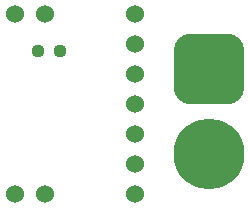
<source format=gbr>
%TF.GenerationSoftware,KiCad,Pcbnew,8.0.9-8.0.9-0~ubuntu22.04.1*%
%TF.CreationDate,2025-08-20T20:13:53+09:00*%
%TF.ProjectId,PD-Trigger,50442d54-7269-4676-9765-722e6b696361,rev?*%
%TF.SameCoordinates,Original*%
%TF.FileFunction,Soldermask,Bot*%
%TF.FilePolarity,Negative*%
%FSLAX46Y46*%
G04 Gerber Fmt 4.6, Leading zero omitted, Abs format (unit mm)*
G04 Created by KiCad (PCBNEW 8.0.9-8.0.9-0~ubuntu22.04.1) date 2025-08-20 20:13:53*
%MOMM*%
%LPD*%
G01*
G04 APERTURE LIST*
G04 Aperture macros list*
%AMRoundRect*
0 Rectangle with rounded corners*
0 $1 Rounding radius*
0 $2 $3 $4 $5 $6 $7 $8 $9 X,Y pos of 4 corners*
0 Add a 4 corners polygon primitive as box body*
4,1,4,$2,$3,$4,$5,$6,$7,$8,$9,$2,$3,0*
0 Add four circle primitives for the rounded corners*
1,1,$1+$1,$2,$3*
1,1,$1+$1,$4,$5*
1,1,$1+$1,$6,$7*
1,1,$1+$1,$8,$9*
0 Add four rect primitives between the rounded corners*
20,1,$1+$1,$2,$3,$4,$5,0*
20,1,$1+$1,$4,$5,$6,$7,0*
20,1,$1+$1,$6,$7,$8,$9,0*
20,1,$1+$1,$8,$9,$2,$3,0*%
G04 Aperture macros list end*
%ADD10C,1.524000*%
%ADD11RoundRect,1.500000X-1.500000X1.500000X-1.500000X-1.500000X1.500000X-1.500000X1.500000X1.500000X0*%
%ADD12C,6.000000*%
%ADD13RoundRect,0.237500X0.250000X0.237500X-0.250000X0.237500X-0.250000X-0.237500X0.250000X-0.237500X0*%
G04 APERTURE END LIST*
D10*
%TO.C,J1*%
X53951200Y-52681200D03*
X53951200Y-50141200D03*
X53951200Y-47601200D03*
X53951200Y-45061200D03*
X53951200Y-42521200D03*
X53951200Y-39981200D03*
X53951200Y-37441200D03*
X46331200Y-52681200D03*
X43791200Y-52681200D03*
X46331200Y-37441200D03*
X43791200Y-37441200D03*
%TD*%
D11*
%TO.C,J2*%
X60198000Y-42076000D03*
D12*
X60198000Y-49276000D03*
%TD*%
D13*
%TO.C,R_conf*%
X47599600Y-40589200D03*
X45774600Y-40589200D03*
%TD*%
M02*

</source>
